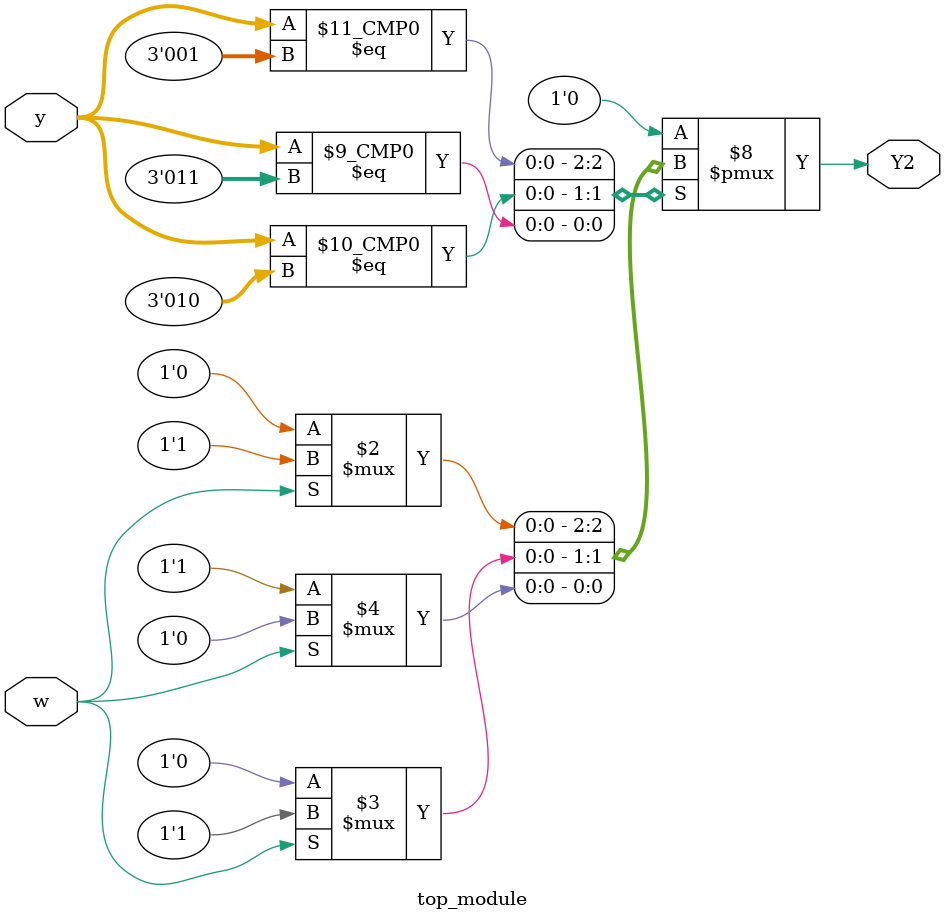
<source format=sv>
module top_module(
    input [3:1] y,
    input w,
    output reg Y2);

    always @(*) begin
        case (y)
            3'b000: Y2 = 1'b0;  // State A
            3'b001: Y2 = w ? 1'b1 : 1'b0;  // State B
            3'b010: Y2 = w ? 1'b1 : 1'b0;  // State C
            3'b011: Y2 = w ? 1'b0 : 1'b1;  // State D
            3'b100: Y2 = 1'b0;  // State E
            3'b101: Y2 = 1'b0;  // State F
            default: Y2 = 1'b0;
        endcase
    end
endmodule

</source>
